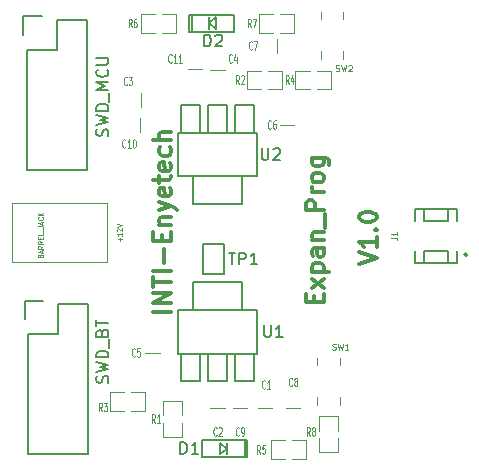
<source format=gbr>
G04 #@! TF.FileFunction,Legend,Top*
%FSLAX46Y46*%
G04 Gerber Fmt 4.6, Leading zero omitted, Abs format (unit mm)*
G04 Created by KiCad (PCBNEW 4.0.2+dfsg1-2~bpo8+1-stable) date lun 05 jun 2017 18:32:46 ART*
%MOMM*%
G01*
G04 APERTURE LIST*
%ADD10C,0.100000*%
%ADD11C,0.300000*%
%ADD12C,0.101600*%
%ADD13C,0.150000*%
%ADD14C,0.127000*%
%ADD15C,0.198120*%
%ADD16C,0.078740*%
%ADD17C,0.200660*%
%ADD18C,0.099060*%
G04 APERTURE END LIST*
D10*
D11*
X105692857Y-53407143D02*
X105692857Y-52907143D01*
X106478571Y-52692857D02*
X106478571Y-53407143D01*
X104978571Y-53407143D01*
X104978571Y-52692857D01*
X106478571Y-52192857D02*
X105478571Y-51407143D01*
X105478571Y-52192857D02*
X106478571Y-51407143D01*
X105478571Y-50835714D02*
X106978571Y-50835714D01*
X105550000Y-50835714D02*
X105478571Y-50692857D01*
X105478571Y-50407143D01*
X105550000Y-50264286D01*
X105621429Y-50192857D01*
X105764286Y-50121428D01*
X106192857Y-50121428D01*
X106335714Y-50192857D01*
X106407143Y-50264286D01*
X106478571Y-50407143D01*
X106478571Y-50692857D01*
X106407143Y-50835714D01*
X106478571Y-48835714D02*
X105692857Y-48835714D01*
X105550000Y-48907143D01*
X105478571Y-49050000D01*
X105478571Y-49335714D01*
X105550000Y-49478571D01*
X106407143Y-48835714D02*
X106478571Y-48978571D01*
X106478571Y-49335714D01*
X106407143Y-49478571D01*
X106264286Y-49550000D01*
X106121429Y-49550000D01*
X105978571Y-49478571D01*
X105907143Y-49335714D01*
X105907143Y-48978571D01*
X105835714Y-48835714D01*
X105478571Y-48121428D02*
X106478571Y-48121428D01*
X105621429Y-48121428D02*
X105550000Y-48050000D01*
X105478571Y-47907142D01*
X105478571Y-47692857D01*
X105550000Y-47550000D01*
X105692857Y-47478571D01*
X106478571Y-47478571D01*
X106621429Y-47121428D02*
X106621429Y-45978571D01*
X106478571Y-45621428D02*
X104978571Y-45621428D01*
X104978571Y-45050000D01*
X105050000Y-44907142D01*
X105121429Y-44835714D01*
X105264286Y-44764285D01*
X105478571Y-44764285D01*
X105621429Y-44835714D01*
X105692857Y-44907142D01*
X105764286Y-45050000D01*
X105764286Y-45621428D01*
X106478571Y-44121428D02*
X105478571Y-44121428D01*
X105764286Y-44121428D02*
X105621429Y-44050000D01*
X105550000Y-43978571D01*
X105478571Y-43835714D01*
X105478571Y-43692857D01*
X106478571Y-42978571D02*
X106407143Y-43121429D01*
X106335714Y-43192857D01*
X106192857Y-43264286D01*
X105764286Y-43264286D01*
X105621429Y-43192857D01*
X105550000Y-43121429D01*
X105478571Y-42978571D01*
X105478571Y-42764286D01*
X105550000Y-42621429D01*
X105621429Y-42550000D01*
X105764286Y-42478571D01*
X106192857Y-42478571D01*
X106335714Y-42550000D01*
X106407143Y-42621429D01*
X106478571Y-42764286D01*
X106478571Y-42978571D01*
X105478571Y-41192857D02*
X106692857Y-41192857D01*
X106835714Y-41264286D01*
X106907143Y-41335714D01*
X106978571Y-41478571D01*
X106978571Y-41692857D01*
X106907143Y-41835714D01*
X106407143Y-41192857D02*
X106478571Y-41335714D01*
X106478571Y-41621428D01*
X106407143Y-41764286D01*
X106335714Y-41835714D01*
X106192857Y-41907143D01*
X105764286Y-41907143D01*
X105621429Y-41835714D01*
X105550000Y-41764286D01*
X105478571Y-41621428D01*
X105478571Y-41335714D01*
X105550000Y-41192857D01*
X109478571Y-50185714D02*
X110978571Y-49685714D01*
X109478571Y-49185714D01*
X110978571Y-47900000D02*
X110978571Y-48757143D01*
X110978571Y-48328571D02*
X109478571Y-48328571D01*
X109692857Y-48471428D01*
X109835714Y-48614286D01*
X109907143Y-48757143D01*
X110835714Y-47257143D02*
X110907143Y-47185715D01*
X110978571Y-47257143D01*
X110907143Y-47328572D01*
X110835714Y-47257143D01*
X110978571Y-47257143D01*
X109478571Y-46257143D02*
X109478571Y-46114286D01*
X109550000Y-45971429D01*
X109621429Y-45900000D01*
X109764286Y-45828571D01*
X110050000Y-45757143D01*
X110407143Y-45757143D01*
X110692857Y-45828571D01*
X110835714Y-45900000D01*
X110907143Y-45971429D01*
X110978571Y-46114286D01*
X110978571Y-46257143D01*
X110907143Y-46400000D01*
X110835714Y-46471429D01*
X110692857Y-46542857D01*
X110407143Y-46614286D01*
X110050000Y-46614286D01*
X109764286Y-46542857D01*
X109621429Y-46471429D01*
X109550000Y-46400000D01*
X109478571Y-46257143D01*
X93578571Y-54207143D02*
X92078571Y-54207143D01*
X93578571Y-53492857D02*
X92078571Y-53492857D01*
X93578571Y-52635714D01*
X92078571Y-52635714D01*
X92078571Y-52135714D02*
X92078571Y-51278571D01*
X93578571Y-51707142D02*
X92078571Y-51707142D01*
X93578571Y-50778571D02*
X92078571Y-50778571D01*
X93007143Y-50064285D02*
X93007143Y-48921428D01*
X92792857Y-48207142D02*
X92792857Y-47707142D01*
X93578571Y-47492856D02*
X93578571Y-48207142D01*
X92078571Y-48207142D01*
X92078571Y-47492856D01*
X92578571Y-46849999D02*
X93578571Y-46849999D01*
X92721429Y-46849999D02*
X92650000Y-46778571D01*
X92578571Y-46635713D01*
X92578571Y-46421428D01*
X92650000Y-46278571D01*
X92792857Y-46207142D01*
X93578571Y-46207142D01*
X92578571Y-45635713D02*
X93578571Y-45278570D01*
X92578571Y-44921428D02*
X93578571Y-45278570D01*
X93935714Y-45421428D01*
X94007143Y-45492856D01*
X94078571Y-45635713D01*
X93507143Y-43778571D02*
X93578571Y-43921428D01*
X93578571Y-44207142D01*
X93507143Y-44349999D01*
X93364286Y-44421428D01*
X92792857Y-44421428D01*
X92650000Y-44349999D01*
X92578571Y-44207142D01*
X92578571Y-43921428D01*
X92650000Y-43778571D01*
X92792857Y-43707142D01*
X92935714Y-43707142D01*
X93078571Y-44421428D01*
X92578571Y-43278571D02*
X92578571Y-42707142D01*
X92078571Y-43064285D02*
X93364286Y-43064285D01*
X93507143Y-42992857D01*
X93578571Y-42849999D01*
X93578571Y-42707142D01*
X93507143Y-41635714D02*
X93578571Y-41778571D01*
X93578571Y-42064285D01*
X93507143Y-42207142D01*
X93364286Y-42278571D01*
X92792857Y-42278571D01*
X92650000Y-42207142D01*
X92578571Y-42064285D01*
X92578571Y-41778571D01*
X92650000Y-41635714D01*
X92792857Y-41564285D01*
X92935714Y-41564285D01*
X93078571Y-42278571D01*
X93507143Y-40278571D02*
X93578571Y-40421428D01*
X93578571Y-40707142D01*
X93507143Y-40850000D01*
X93435714Y-40921428D01*
X93292857Y-40992857D01*
X92864286Y-40992857D01*
X92721429Y-40921428D01*
X92650000Y-40850000D01*
X92578571Y-40707142D01*
X92578571Y-40421428D01*
X92650000Y-40278571D01*
X93578571Y-39635714D02*
X92078571Y-39635714D01*
X93578571Y-38992857D02*
X92792857Y-38992857D01*
X92650000Y-39064286D01*
X92578571Y-39207143D01*
X92578571Y-39421428D01*
X92650000Y-39564286D01*
X92721429Y-39635714D01*
D12*
X94000000Y-29000000D02*
X92800000Y-29000000D01*
X94000000Y-30600000D02*
X94000000Y-29000000D01*
X92800000Y-30600000D02*
X94000000Y-30600000D01*
X92200000Y-30600000D02*
X91000000Y-30600000D01*
X91000000Y-29000000D02*
X91000000Y-30600000D01*
X92200000Y-29000000D02*
X91000000Y-29000000D01*
X101000000Y-30600000D02*
X102200000Y-30600000D01*
X101000000Y-29000000D02*
X101000000Y-30600000D01*
X102200000Y-29000000D02*
X101000000Y-29000000D01*
X102800000Y-29000000D02*
X104000000Y-29000000D01*
X104000000Y-30600000D02*
X104000000Y-29000000D01*
X102800000Y-30600000D02*
X104000000Y-30600000D01*
D10*
X106234800Y-28800000D02*
X106234800Y-29466500D01*
X108165200Y-28800000D02*
X108165200Y-29466500D01*
X108165200Y-32800000D02*
X108165200Y-32146200D01*
X106234800Y-32800000D02*
X106234800Y-32120800D01*
D12*
X102500000Y-32300000D02*
X102500000Y-31100000D01*
X96900000Y-33725000D02*
X98100000Y-33725000D01*
X91000000Y-36900000D02*
X91000000Y-35700000D01*
X104000000Y-38400000D02*
X102800000Y-38400000D01*
X91400000Y-57700000D02*
X92600000Y-57700000D01*
X94500000Y-64800000D02*
X94500000Y-63600000D01*
X92900000Y-64800000D02*
X94500000Y-64800000D01*
X92900000Y-63600000D02*
X92900000Y-64800000D01*
X92900000Y-63000000D02*
X92900000Y-61800000D01*
X94500000Y-61800000D02*
X92900000Y-61800000D01*
X94500000Y-63000000D02*
X94500000Y-61800000D01*
X98100000Y-62400000D02*
X96900000Y-62400000D01*
X102100000Y-62400000D02*
X100900000Y-62400000D01*
D10*
X105934800Y-58100000D02*
X105934800Y-58766500D01*
X107865200Y-58100000D02*
X107865200Y-58766500D01*
X107865200Y-62100000D02*
X107865200Y-61446200D01*
X105934800Y-62100000D02*
X105934800Y-61420800D01*
D12*
X102000000Y-66700000D02*
X103200000Y-66700000D01*
X102000000Y-65100000D02*
X102000000Y-66700000D01*
X103200000Y-65100000D02*
X102000000Y-65100000D01*
X103800000Y-65100000D02*
X105000000Y-65100000D01*
X105000000Y-66700000D02*
X105000000Y-65100000D01*
X103800000Y-66700000D02*
X105000000Y-66700000D01*
X88400000Y-62600000D02*
X89600000Y-62600000D01*
X88400000Y-61000000D02*
X88400000Y-62600000D01*
X89600000Y-61000000D02*
X88400000Y-61000000D01*
X90200000Y-61000000D02*
X91400000Y-61000000D01*
X91400000Y-62600000D02*
X91400000Y-61000000D01*
X90200000Y-62600000D02*
X91400000Y-62600000D01*
X103000000Y-33800000D02*
X101800000Y-33800000D01*
X103000000Y-35400000D02*
X103000000Y-33800000D01*
X101800000Y-35400000D02*
X103000000Y-35400000D01*
X101200000Y-35400000D02*
X100000000Y-35400000D01*
X100000000Y-33800000D02*
X100000000Y-35400000D01*
X101200000Y-33800000D02*
X100000000Y-33800000D01*
X107100000Y-33800000D02*
X105900000Y-33800000D01*
X107100000Y-35400000D02*
X107100000Y-33800000D01*
X105900000Y-35400000D02*
X107100000Y-35400000D01*
X105300000Y-35400000D02*
X104100000Y-35400000D01*
X104100000Y-33800000D02*
X104100000Y-35400000D01*
X105300000Y-33800000D02*
X104100000Y-33800000D01*
X106100000Y-63075000D02*
X106100000Y-64275000D01*
X107700000Y-63075000D02*
X106100000Y-63075000D01*
X107700000Y-64275000D02*
X107700000Y-63075000D01*
X107700000Y-64875000D02*
X107700000Y-66075000D01*
X106100000Y-66075000D02*
X107700000Y-66075000D01*
X106100000Y-64875000D02*
X106100000Y-66075000D01*
X104500000Y-62400000D02*
X103300000Y-62400000D01*
X100000000Y-62400000D02*
X98800000Y-62400000D01*
X90975000Y-39000000D02*
X90975000Y-37800000D01*
X95000000Y-33675000D02*
X96200000Y-33675000D01*
D10*
X88100000Y-45000000D02*
X88100000Y-50000000D01*
X80100000Y-45000000D02*
X80100000Y-50000000D01*
X80100000Y-50000000D02*
X88100000Y-50000000D01*
X80100000Y-45000000D02*
X88100000Y-45000000D01*
D13*
X96311000Y-48495000D02*
X96311000Y-51035000D01*
X98089000Y-51035000D02*
X98089000Y-48495000D01*
X98089000Y-51035000D02*
X96311000Y-51035000D01*
X96311000Y-48495000D02*
X98089000Y-48495000D01*
X86570000Y-53590000D02*
X86570000Y-66290000D01*
X86570000Y-66290000D02*
X81490000Y-66290000D01*
X81490000Y-66290000D02*
X81490000Y-56130000D01*
X86570000Y-53590000D02*
X84030000Y-53590000D01*
X82760000Y-53310000D02*
X81210000Y-53310000D01*
X84030000Y-53590000D02*
X84030000Y-56130000D01*
X84030000Y-56130000D02*
X81490000Y-56130000D01*
X81210000Y-53310000D02*
X81210000Y-54860000D01*
X86410000Y-29490000D02*
X86410000Y-42190000D01*
X86410000Y-42190000D02*
X81330000Y-42190000D01*
X81330000Y-42190000D02*
X81330000Y-32030000D01*
X86410000Y-29490000D02*
X83870000Y-29490000D01*
X82600000Y-29210000D02*
X81050000Y-29210000D01*
X83870000Y-29490000D02*
X83870000Y-32030000D01*
X83870000Y-32030000D02*
X81330000Y-32030000D01*
X81050000Y-29210000D02*
X81050000Y-30760000D01*
D14*
X95400000Y-51700000D02*
X99600000Y-51700000D01*
X99600000Y-51700000D02*
X99600000Y-54000000D01*
X95400000Y-51700000D02*
X95400000Y-53990700D01*
X99000000Y-60100000D02*
X100600000Y-60100000D01*
X100600000Y-60100000D02*
X100600000Y-57809300D01*
X99000000Y-60100000D02*
X99000000Y-57800000D01*
X96700000Y-60100000D02*
X96700000Y-57754200D01*
X98300000Y-60100000D02*
X98300000Y-57800000D01*
X96700000Y-60100000D02*
X98300000Y-60100000D01*
X94400000Y-60100000D02*
X96000000Y-60100000D01*
X96000000Y-60100000D02*
X96000000Y-57809300D01*
X94400000Y-60100000D02*
X94400000Y-57809300D01*
X100852800Y-57754200D02*
X94147200Y-57754200D01*
X94147200Y-57754200D02*
X94147200Y-54045800D01*
X94147200Y-54045800D02*
X100852800Y-54045800D01*
X100852800Y-54045800D02*
X100852800Y-57754200D01*
X99600000Y-45100000D02*
X95400000Y-45100000D01*
X95400000Y-45100000D02*
X95400000Y-42800000D01*
X99600000Y-45100000D02*
X99600000Y-42809300D01*
X96000000Y-36700000D02*
X94400000Y-36700000D01*
X94400000Y-36700000D02*
X94400000Y-38990700D01*
X96000000Y-36700000D02*
X96000000Y-39000000D01*
X98300000Y-36700000D02*
X98300000Y-39045800D01*
X96700000Y-36700000D02*
X96700000Y-39000000D01*
X98300000Y-36700000D02*
X96700000Y-36700000D01*
X100600000Y-36700000D02*
X99000000Y-36700000D01*
X99000000Y-36700000D02*
X99000000Y-38990700D01*
X100600000Y-36700000D02*
X100600000Y-38990700D01*
X94147200Y-39045800D02*
X100852800Y-39045800D01*
X100852800Y-39045800D02*
X100852800Y-42754200D01*
X100852800Y-42754200D02*
X94147200Y-42754200D01*
X94147200Y-42754200D02*
X94147200Y-39045800D01*
D13*
X100000000Y-65100000D02*
X100000000Y-66500000D01*
X96200000Y-66500000D02*
X96200000Y-65100000D01*
X100000000Y-66500000D02*
X96200000Y-66500000D01*
X99800000Y-65100000D02*
X99800000Y-66500000D01*
X96200000Y-65100000D02*
X100000000Y-65100000D01*
X98300000Y-65300000D02*
X98300000Y-66300000D01*
X98300000Y-65800000D02*
X97700000Y-65300000D01*
X97700000Y-66300000D02*
X98300000Y-65800000D01*
X97700000Y-65300000D02*
X97700000Y-66300000D01*
X95100000Y-30500000D02*
X95100000Y-29100000D01*
X98900000Y-29100000D02*
X98900000Y-30500000D01*
X95100000Y-29100000D02*
X98900000Y-29100000D01*
X95300000Y-30500000D02*
X95300000Y-29100000D01*
X98900000Y-30500000D02*
X95100000Y-30500000D01*
X96800000Y-30300000D02*
X96800000Y-29300000D01*
X96800000Y-29800000D02*
X97400000Y-30300000D01*
X97400000Y-29300000D02*
X96800000Y-29800000D01*
X97400000Y-30300000D02*
X97400000Y-29300000D01*
X118500000Y-49400000D02*
X118500000Y-49300000D01*
X118641421Y-49400000D02*
G75*
G03X118641421Y-49400000I-141421J0D01*
G01*
X118600000Y-49400000D02*
G75*
G03X118600000Y-49400000I-100000J0D01*
G01*
D15*
X117000000Y-45500000D02*
X117000000Y-46500000D01*
X115000000Y-46500000D02*
X115000000Y-45500000D01*
X115000000Y-49100000D02*
X115000000Y-50100000D01*
X117000000Y-49100000D02*
X117000000Y-50100000D01*
X115000000Y-46500000D02*
X117000000Y-46500000D01*
X117000000Y-49100000D02*
X115000000Y-49100000D01*
X114196600Y-50111400D02*
X114196600Y-49070000D01*
X114199140Y-45501300D02*
X117800860Y-45501300D01*
X117803400Y-49070000D02*
X117803400Y-50111400D01*
X114984000Y-50111400D02*
X114196600Y-50111400D01*
X114199140Y-46542700D02*
X114199140Y-45501300D01*
X117803400Y-50111400D02*
X117016000Y-50111400D01*
X117803400Y-45488600D02*
X117803400Y-46530000D01*
X117000000Y-50100000D02*
X115000000Y-50100000D01*
D12*
X90223800Y-30121733D02*
X90071400Y-29783067D01*
X89962543Y-30121733D02*
X89962543Y-29410533D01*
X90136715Y-29410533D01*
X90180257Y-29444400D01*
X90202029Y-29478267D01*
X90223800Y-29546000D01*
X90223800Y-29647600D01*
X90202029Y-29715333D01*
X90180257Y-29749200D01*
X90136715Y-29783067D01*
X89962543Y-29783067D01*
X90615686Y-29410533D02*
X90528600Y-29410533D01*
X90485057Y-29444400D01*
X90463286Y-29478267D01*
X90419743Y-29579867D01*
X90397972Y-29715333D01*
X90397972Y-29986267D01*
X90419743Y-30054000D01*
X90441515Y-30087867D01*
X90485057Y-30121733D01*
X90572143Y-30121733D01*
X90615686Y-30087867D01*
X90637457Y-30054000D01*
X90659229Y-29986267D01*
X90659229Y-29816933D01*
X90637457Y-29749200D01*
X90615686Y-29715333D01*
X90572143Y-29681467D01*
X90485057Y-29681467D01*
X90441515Y-29715333D01*
X90419743Y-29749200D01*
X90397972Y-29816933D01*
X100323800Y-30121733D02*
X100171400Y-29783067D01*
X100062543Y-30121733D02*
X100062543Y-29410533D01*
X100236715Y-29410533D01*
X100280257Y-29444400D01*
X100302029Y-29478267D01*
X100323800Y-29546000D01*
X100323800Y-29647600D01*
X100302029Y-29715333D01*
X100280257Y-29749200D01*
X100236715Y-29783067D01*
X100062543Y-29783067D01*
X100476200Y-29410533D02*
X100781000Y-29410533D01*
X100585057Y-30121733D01*
D16*
X107522667Y-33805619D02*
X107595238Y-33829810D01*
X107716191Y-33829810D01*
X107764572Y-33805619D01*
X107788762Y-33781429D01*
X107812953Y-33733048D01*
X107812953Y-33684667D01*
X107788762Y-33636286D01*
X107764572Y-33612095D01*
X107716191Y-33587905D01*
X107619429Y-33563714D01*
X107571048Y-33539524D01*
X107546857Y-33515333D01*
X107522667Y-33466952D01*
X107522667Y-33418571D01*
X107546857Y-33370190D01*
X107571048Y-33346000D01*
X107619429Y-33321810D01*
X107740381Y-33321810D01*
X107812953Y-33346000D01*
X107982286Y-33321810D02*
X108103239Y-33829810D01*
X108200001Y-33466952D01*
X108296763Y-33829810D01*
X108417715Y-33321810D01*
X108587048Y-33370190D02*
X108611238Y-33346000D01*
X108659619Y-33321810D01*
X108780572Y-33321810D01*
X108828953Y-33346000D01*
X108853143Y-33370190D01*
X108877334Y-33418571D01*
X108877334Y-33466952D01*
X108853143Y-33539524D01*
X108562857Y-33829810D01*
X108877334Y-33829810D01*
D12*
X100423800Y-31954000D02*
X100402029Y-31987867D01*
X100336715Y-32021733D01*
X100293172Y-32021733D01*
X100227857Y-31987867D01*
X100184315Y-31920133D01*
X100162543Y-31852400D01*
X100140772Y-31716933D01*
X100140772Y-31615333D01*
X100162543Y-31479867D01*
X100184315Y-31412133D01*
X100227857Y-31344400D01*
X100293172Y-31310533D01*
X100336715Y-31310533D01*
X100402029Y-31344400D01*
X100423800Y-31378267D01*
X100576200Y-31310533D02*
X100881000Y-31310533D01*
X100685057Y-32021733D01*
X98723800Y-33054000D02*
X98702029Y-33087867D01*
X98636715Y-33121733D01*
X98593172Y-33121733D01*
X98527857Y-33087867D01*
X98484315Y-33020133D01*
X98462543Y-32952400D01*
X98440772Y-32816933D01*
X98440772Y-32715333D01*
X98462543Y-32579867D01*
X98484315Y-32512133D01*
X98527857Y-32444400D01*
X98593172Y-32410533D01*
X98636715Y-32410533D01*
X98702029Y-32444400D01*
X98723800Y-32478267D01*
X99115686Y-32647600D02*
X99115686Y-33121733D01*
X99006829Y-32376667D02*
X98897972Y-32884667D01*
X99181000Y-32884667D01*
X89823800Y-34954000D02*
X89802029Y-34987867D01*
X89736715Y-35021733D01*
X89693172Y-35021733D01*
X89627857Y-34987867D01*
X89584315Y-34920133D01*
X89562543Y-34852400D01*
X89540772Y-34716933D01*
X89540772Y-34615333D01*
X89562543Y-34479867D01*
X89584315Y-34412133D01*
X89627857Y-34344400D01*
X89693172Y-34310533D01*
X89736715Y-34310533D01*
X89802029Y-34344400D01*
X89823800Y-34378267D01*
X89976200Y-34310533D02*
X90259229Y-34310533D01*
X90106829Y-34581467D01*
X90172143Y-34581467D01*
X90215686Y-34615333D01*
X90237457Y-34649200D01*
X90259229Y-34716933D01*
X90259229Y-34886267D01*
X90237457Y-34954000D01*
X90215686Y-34987867D01*
X90172143Y-35021733D01*
X90041515Y-35021733D01*
X89997972Y-34987867D01*
X89976200Y-34954000D01*
X102023800Y-38654000D02*
X102002029Y-38687867D01*
X101936715Y-38721733D01*
X101893172Y-38721733D01*
X101827857Y-38687867D01*
X101784315Y-38620133D01*
X101762543Y-38552400D01*
X101740772Y-38416933D01*
X101740772Y-38315333D01*
X101762543Y-38179867D01*
X101784315Y-38112133D01*
X101827857Y-38044400D01*
X101893172Y-38010533D01*
X101936715Y-38010533D01*
X102002029Y-38044400D01*
X102023800Y-38078267D01*
X102415686Y-38010533D02*
X102328600Y-38010533D01*
X102285057Y-38044400D01*
X102263286Y-38078267D01*
X102219743Y-38179867D01*
X102197972Y-38315333D01*
X102197972Y-38586267D01*
X102219743Y-38654000D01*
X102241515Y-38687867D01*
X102285057Y-38721733D01*
X102372143Y-38721733D01*
X102415686Y-38687867D01*
X102437457Y-38654000D01*
X102459229Y-38586267D01*
X102459229Y-38416933D01*
X102437457Y-38349200D01*
X102415686Y-38315333D01*
X102372143Y-38281467D01*
X102285057Y-38281467D01*
X102241515Y-38315333D01*
X102219743Y-38349200D01*
X102197972Y-38416933D01*
X90523800Y-57954000D02*
X90502029Y-57987867D01*
X90436715Y-58021733D01*
X90393172Y-58021733D01*
X90327857Y-57987867D01*
X90284315Y-57920133D01*
X90262543Y-57852400D01*
X90240772Y-57716933D01*
X90240772Y-57615333D01*
X90262543Y-57479867D01*
X90284315Y-57412133D01*
X90327857Y-57344400D01*
X90393172Y-57310533D01*
X90436715Y-57310533D01*
X90502029Y-57344400D01*
X90523800Y-57378267D01*
X90937457Y-57310533D02*
X90719743Y-57310533D01*
X90697972Y-57649200D01*
X90719743Y-57615333D01*
X90763286Y-57581467D01*
X90872143Y-57581467D01*
X90915686Y-57615333D01*
X90937457Y-57649200D01*
X90959229Y-57716933D01*
X90959229Y-57886267D01*
X90937457Y-57954000D01*
X90915686Y-57987867D01*
X90872143Y-58021733D01*
X90763286Y-58021733D01*
X90719743Y-57987867D01*
X90697972Y-57954000D01*
X92223800Y-63621733D02*
X92071400Y-63283067D01*
X91962543Y-63621733D02*
X91962543Y-62910533D01*
X92136715Y-62910533D01*
X92180257Y-62944400D01*
X92202029Y-62978267D01*
X92223800Y-63046000D01*
X92223800Y-63147600D01*
X92202029Y-63215333D01*
X92180257Y-63249200D01*
X92136715Y-63283067D01*
X91962543Y-63283067D01*
X92659229Y-63621733D02*
X92397972Y-63621733D01*
X92528600Y-63621733D02*
X92528600Y-62910533D01*
X92485057Y-63012133D01*
X92441515Y-63079867D01*
X92397972Y-63113733D01*
X97423800Y-64654000D02*
X97402029Y-64687867D01*
X97336715Y-64721733D01*
X97293172Y-64721733D01*
X97227857Y-64687867D01*
X97184315Y-64620133D01*
X97162543Y-64552400D01*
X97140772Y-64416933D01*
X97140772Y-64315333D01*
X97162543Y-64179867D01*
X97184315Y-64112133D01*
X97227857Y-64044400D01*
X97293172Y-64010533D01*
X97336715Y-64010533D01*
X97402029Y-64044400D01*
X97423800Y-64078267D01*
X97597972Y-64078267D02*
X97619743Y-64044400D01*
X97663286Y-64010533D01*
X97772143Y-64010533D01*
X97815686Y-64044400D01*
X97837457Y-64078267D01*
X97859229Y-64146000D01*
X97859229Y-64213733D01*
X97837457Y-64315333D01*
X97576200Y-64721733D01*
X97859229Y-64721733D01*
X101523800Y-60654000D02*
X101502029Y-60687867D01*
X101436715Y-60721733D01*
X101393172Y-60721733D01*
X101327857Y-60687867D01*
X101284315Y-60620133D01*
X101262543Y-60552400D01*
X101240772Y-60416933D01*
X101240772Y-60315333D01*
X101262543Y-60179867D01*
X101284315Y-60112133D01*
X101327857Y-60044400D01*
X101393172Y-60010533D01*
X101436715Y-60010533D01*
X101502029Y-60044400D01*
X101523800Y-60078267D01*
X101959229Y-60721733D02*
X101697972Y-60721733D01*
X101828600Y-60721733D02*
X101828600Y-60010533D01*
X101785057Y-60112133D01*
X101741515Y-60179867D01*
X101697972Y-60213733D01*
D16*
X107222667Y-57405619D02*
X107295238Y-57429810D01*
X107416191Y-57429810D01*
X107464572Y-57405619D01*
X107488762Y-57381429D01*
X107512953Y-57333048D01*
X107512953Y-57284667D01*
X107488762Y-57236286D01*
X107464572Y-57212095D01*
X107416191Y-57187905D01*
X107319429Y-57163714D01*
X107271048Y-57139524D01*
X107246857Y-57115333D01*
X107222667Y-57066952D01*
X107222667Y-57018571D01*
X107246857Y-56970190D01*
X107271048Y-56946000D01*
X107319429Y-56921810D01*
X107440381Y-56921810D01*
X107512953Y-56946000D01*
X107682286Y-56921810D02*
X107803239Y-57429810D01*
X107900001Y-57066952D01*
X107996763Y-57429810D01*
X108117715Y-56921810D01*
X108577334Y-57429810D02*
X108287048Y-57429810D01*
X108432191Y-57429810D02*
X108432191Y-56921810D01*
X108383810Y-56994381D01*
X108335429Y-57042762D01*
X108287048Y-57066952D01*
D12*
X101123800Y-66221733D02*
X100971400Y-65883067D01*
X100862543Y-66221733D02*
X100862543Y-65510533D01*
X101036715Y-65510533D01*
X101080257Y-65544400D01*
X101102029Y-65578267D01*
X101123800Y-65646000D01*
X101123800Y-65747600D01*
X101102029Y-65815333D01*
X101080257Y-65849200D01*
X101036715Y-65883067D01*
X100862543Y-65883067D01*
X101537457Y-65510533D02*
X101319743Y-65510533D01*
X101297972Y-65849200D01*
X101319743Y-65815333D01*
X101363286Y-65781467D01*
X101472143Y-65781467D01*
X101515686Y-65815333D01*
X101537457Y-65849200D01*
X101559229Y-65916933D01*
X101559229Y-66086267D01*
X101537457Y-66154000D01*
X101515686Y-66187867D01*
X101472143Y-66221733D01*
X101363286Y-66221733D01*
X101319743Y-66187867D01*
X101297972Y-66154000D01*
X87723800Y-62621733D02*
X87571400Y-62283067D01*
X87462543Y-62621733D02*
X87462543Y-61910533D01*
X87636715Y-61910533D01*
X87680257Y-61944400D01*
X87702029Y-61978267D01*
X87723800Y-62046000D01*
X87723800Y-62147600D01*
X87702029Y-62215333D01*
X87680257Y-62249200D01*
X87636715Y-62283067D01*
X87462543Y-62283067D01*
X87876200Y-61910533D02*
X88159229Y-61910533D01*
X88006829Y-62181467D01*
X88072143Y-62181467D01*
X88115686Y-62215333D01*
X88137457Y-62249200D01*
X88159229Y-62316933D01*
X88159229Y-62486267D01*
X88137457Y-62554000D01*
X88115686Y-62587867D01*
X88072143Y-62621733D01*
X87941515Y-62621733D01*
X87897972Y-62587867D01*
X87876200Y-62554000D01*
X99323800Y-34921733D02*
X99171400Y-34583067D01*
X99062543Y-34921733D02*
X99062543Y-34210533D01*
X99236715Y-34210533D01*
X99280257Y-34244400D01*
X99302029Y-34278267D01*
X99323800Y-34346000D01*
X99323800Y-34447600D01*
X99302029Y-34515333D01*
X99280257Y-34549200D01*
X99236715Y-34583067D01*
X99062543Y-34583067D01*
X99497972Y-34278267D02*
X99519743Y-34244400D01*
X99563286Y-34210533D01*
X99672143Y-34210533D01*
X99715686Y-34244400D01*
X99737457Y-34278267D01*
X99759229Y-34346000D01*
X99759229Y-34413733D01*
X99737457Y-34515333D01*
X99476200Y-34921733D01*
X99759229Y-34921733D01*
X103523800Y-34921733D02*
X103371400Y-34583067D01*
X103262543Y-34921733D02*
X103262543Y-34210533D01*
X103436715Y-34210533D01*
X103480257Y-34244400D01*
X103502029Y-34278267D01*
X103523800Y-34346000D01*
X103523800Y-34447600D01*
X103502029Y-34515333D01*
X103480257Y-34549200D01*
X103436715Y-34583067D01*
X103262543Y-34583067D01*
X103915686Y-34447600D02*
X103915686Y-34921733D01*
X103806829Y-34176667D02*
X103697972Y-34684667D01*
X103981000Y-34684667D01*
X105323800Y-64721733D02*
X105171400Y-64383067D01*
X105062543Y-64721733D02*
X105062543Y-64010533D01*
X105236715Y-64010533D01*
X105280257Y-64044400D01*
X105302029Y-64078267D01*
X105323800Y-64146000D01*
X105323800Y-64247600D01*
X105302029Y-64315333D01*
X105280257Y-64349200D01*
X105236715Y-64383067D01*
X105062543Y-64383067D01*
X105585057Y-64315333D02*
X105541515Y-64281467D01*
X105519743Y-64247600D01*
X105497972Y-64179867D01*
X105497972Y-64146000D01*
X105519743Y-64078267D01*
X105541515Y-64044400D01*
X105585057Y-64010533D01*
X105672143Y-64010533D01*
X105715686Y-64044400D01*
X105737457Y-64078267D01*
X105759229Y-64146000D01*
X105759229Y-64179867D01*
X105737457Y-64247600D01*
X105715686Y-64281467D01*
X105672143Y-64315333D01*
X105585057Y-64315333D01*
X105541515Y-64349200D01*
X105519743Y-64383067D01*
X105497972Y-64450800D01*
X105497972Y-64586267D01*
X105519743Y-64654000D01*
X105541515Y-64687867D01*
X105585057Y-64721733D01*
X105672143Y-64721733D01*
X105715686Y-64687867D01*
X105737457Y-64654000D01*
X105759229Y-64586267D01*
X105759229Y-64450800D01*
X105737457Y-64383067D01*
X105715686Y-64349200D01*
X105672143Y-64315333D01*
X103823800Y-60454000D02*
X103802029Y-60487867D01*
X103736715Y-60521733D01*
X103693172Y-60521733D01*
X103627857Y-60487867D01*
X103584315Y-60420133D01*
X103562543Y-60352400D01*
X103540772Y-60216933D01*
X103540772Y-60115333D01*
X103562543Y-59979867D01*
X103584315Y-59912133D01*
X103627857Y-59844400D01*
X103693172Y-59810533D01*
X103736715Y-59810533D01*
X103802029Y-59844400D01*
X103823800Y-59878267D01*
X104085057Y-60115333D02*
X104041515Y-60081467D01*
X104019743Y-60047600D01*
X103997972Y-59979867D01*
X103997972Y-59946000D01*
X104019743Y-59878267D01*
X104041515Y-59844400D01*
X104085057Y-59810533D01*
X104172143Y-59810533D01*
X104215686Y-59844400D01*
X104237457Y-59878267D01*
X104259229Y-59946000D01*
X104259229Y-59979867D01*
X104237457Y-60047600D01*
X104215686Y-60081467D01*
X104172143Y-60115333D01*
X104085057Y-60115333D01*
X104041515Y-60149200D01*
X104019743Y-60183067D01*
X103997972Y-60250800D01*
X103997972Y-60386267D01*
X104019743Y-60454000D01*
X104041515Y-60487867D01*
X104085057Y-60521733D01*
X104172143Y-60521733D01*
X104215686Y-60487867D01*
X104237457Y-60454000D01*
X104259229Y-60386267D01*
X104259229Y-60250800D01*
X104237457Y-60183067D01*
X104215686Y-60149200D01*
X104172143Y-60115333D01*
X99323800Y-64654000D02*
X99302029Y-64687867D01*
X99236715Y-64721733D01*
X99193172Y-64721733D01*
X99127857Y-64687867D01*
X99084315Y-64620133D01*
X99062543Y-64552400D01*
X99040772Y-64416933D01*
X99040772Y-64315333D01*
X99062543Y-64179867D01*
X99084315Y-64112133D01*
X99127857Y-64044400D01*
X99193172Y-64010533D01*
X99236715Y-64010533D01*
X99302029Y-64044400D01*
X99323800Y-64078267D01*
X99541515Y-64721733D02*
X99628600Y-64721733D01*
X99672143Y-64687867D01*
X99693915Y-64654000D01*
X99737457Y-64552400D01*
X99759229Y-64416933D01*
X99759229Y-64146000D01*
X99737457Y-64078267D01*
X99715686Y-64044400D01*
X99672143Y-64010533D01*
X99585057Y-64010533D01*
X99541515Y-64044400D01*
X99519743Y-64078267D01*
X99497972Y-64146000D01*
X99497972Y-64315333D01*
X99519743Y-64383067D01*
X99541515Y-64416933D01*
X99585057Y-64450800D01*
X99672143Y-64450800D01*
X99715686Y-64416933D01*
X99737457Y-64383067D01*
X99759229Y-64315333D01*
X89706085Y-40254000D02*
X89684314Y-40287867D01*
X89619000Y-40321733D01*
X89575457Y-40321733D01*
X89510142Y-40287867D01*
X89466600Y-40220133D01*
X89444828Y-40152400D01*
X89423057Y-40016933D01*
X89423057Y-39915333D01*
X89444828Y-39779867D01*
X89466600Y-39712133D01*
X89510142Y-39644400D01*
X89575457Y-39610533D01*
X89619000Y-39610533D01*
X89684314Y-39644400D01*
X89706085Y-39678267D01*
X90141514Y-40321733D02*
X89880257Y-40321733D01*
X90010885Y-40321733D02*
X90010885Y-39610533D01*
X89967342Y-39712133D01*
X89923800Y-39779867D01*
X89880257Y-39813733D01*
X90424543Y-39610533D02*
X90468086Y-39610533D01*
X90511629Y-39644400D01*
X90533400Y-39678267D01*
X90555171Y-39746000D01*
X90576943Y-39881467D01*
X90576943Y-40050800D01*
X90555171Y-40186267D01*
X90533400Y-40254000D01*
X90511629Y-40287867D01*
X90468086Y-40321733D01*
X90424543Y-40321733D01*
X90381000Y-40287867D01*
X90359229Y-40254000D01*
X90337457Y-40186267D01*
X90315686Y-40050800D01*
X90315686Y-39881467D01*
X90337457Y-39746000D01*
X90359229Y-39678267D01*
X90381000Y-39644400D01*
X90424543Y-39610533D01*
X93606085Y-33054000D02*
X93584314Y-33087867D01*
X93519000Y-33121733D01*
X93475457Y-33121733D01*
X93410142Y-33087867D01*
X93366600Y-33020133D01*
X93344828Y-32952400D01*
X93323057Y-32816933D01*
X93323057Y-32715333D01*
X93344828Y-32579867D01*
X93366600Y-32512133D01*
X93410142Y-32444400D01*
X93475457Y-32410533D01*
X93519000Y-32410533D01*
X93584314Y-32444400D01*
X93606085Y-32478267D01*
X94041514Y-33121733D02*
X93780257Y-33121733D01*
X93910885Y-33121733D02*
X93910885Y-32410533D01*
X93867342Y-32512133D01*
X93823800Y-32579867D01*
X93780257Y-32613733D01*
X94476943Y-33121733D02*
X94215686Y-33121733D01*
X94346314Y-33121733D02*
X94346314Y-32410533D01*
X94302771Y-32512133D01*
X94259229Y-32579867D01*
X94215686Y-32613733D01*
D16*
X89228484Y-48240711D02*
X89228484Y-47936879D01*
X89380400Y-48088795D02*
X89076568Y-48088795D01*
X89380400Y-47538099D02*
X89380400Y-47765973D01*
X89380400Y-47652036D02*
X88981620Y-47652036D01*
X89038589Y-47690015D01*
X89076568Y-47727994D01*
X89095558Y-47765973D01*
X89019600Y-47386183D02*
X89000610Y-47367193D01*
X88981620Y-47329214D01*
X88981620Y-47234267D01*
X89000610Y-47196288D01*
X89019600Y-47177298D01*
X89057579Y-47158309D01*
X89095558Y-47158309D01*
X89152526Y-47177298D01*
X89380400Y-47405172D01*
X89380400Y-47158309D01*
X88981620Y-47044372D02*
X89380400Y-46911445D01*
X88981620Y-46778519D01*
X82508016Y-49485130D02*
X82527005Y-49428161D01*
X82545995Y-49409172D01*
X82583974Y-49390182D01*
X82640942Y-49390182D01*
X82678921Y-49409172D01*
X82697911Y-49428161D01*
X82716900Y-49466140D01*
X82716900Y-49618056D01*
X82318120Y-49618056D01*
X82318120Y-49485130D01*
X82337110Y-49447151D01*
X82356100Y-49428161D01*
X82394079Y-49409172D01*
X82432058Y-49409172D01*
X82470037Y-49428161D01*
X82489026Y-49447151D01*
X82508016Y-49485130D01*
X82508016Y-49618056D01*
X82602963Y-49238266D02*
X82602963Y-49048371D01*
X82716900Y-49276245D02*
X82318120Y-49143318D01*
X82716900Y-49010392D01*
X82716900Y-48649591D02*
X82527005Y-48782518D01*
X82716900Y-48877465D02*
X82318120Y-48877465D01*
X82318120Y-48725549D01*
X82337110Y-48687570D01*
X82356100Y-48668581D01*
X82394079Y-48649591D01*
X82451047Y-48649591D01*
X82489026Y-48668581D01*
X82508016Y-48687570D01*
X82527005Y-48725549D01*
X82527005Y-48877465D01*
X82716900Y-48250811D02*
X82527005Y-48383738D01*
X82716900Y-48478685D02*
X82318120Y-48478685D01*
X82318120Y-48326769D01*
X82337110Y-48288790D01*
X82356100Y-48269801D01*
X82394079Y-48250811D01*
X82451047Y-48250811D01*
X82489026Y-48269801D01*
X82508016Y-48288790D01*
X82527005Y-48326769D01*
X82527005Y-48478685D01*
X82508016Y-48079905D02*
X82508016Y-47946979D01*
X82716900Y-47890010D02*
X82716900Y-48079905D01*
X82318120Y-48079905D01*
X82318120Y-47890010D01*
X82716900Y-47529209D02*
X82716900Y-47719104D01*
X82318120Y-47719104D01*
X82754880Y-47491230D02*
X82754880Y-47187398D01*
X82318120Y-46978513D02*
X82602963Y-46978513D01*
X82659932Y-46997503D01*
X82697911Y-47035482D01*
X82716900Y-47092450D01*
X82716900Y-47130429D01*
X82602963Y-46807608D02*
X82602963Y-46617713D01*
X82716900Y-46845587D02*
X82318120Y-46712660D01*
X82716900Y-46579734D01*
X82678921Y-46218933D02*
X82697911Y-46237923D01*
X82716900Y-46294891D01*
X82716900Y-46332870D01*
X82697911Y-46389839D01*
X82659932Y-46427818D01*
X82621953Y-46446807D01*
X82545995Y-46465797D01*
X82489026Y-46465797D01*
X82413068Y-46446807D01*
X82375089Y-46427818D01*
X82337110Y-46389839D01*
X82318120Y-46332870D01*
X82318120Y-46294891D01*
X82337110Y-46237923D01*
X82356100Y-46218933D01*
X82716900Y-46048027D02*
X82318120Y-46048027D01*
X82716900Y-45820153D02*
X82489026Y-45991059D01*
X82318120Y-45820153D02*
X82545995Y-46048027D01*
D13*
X98438095Y-49217381D02*
X99009524Y-49217381D01*
X98723809Y-50217381D02*
X98723809Y-49217381D01*
X99342857Y-50217381D02*
X99342857Y-49217381D01*
X99723810Y-49217381D01*
X99819048Y-49265000D01*
X99866667Y-49312619D01*
X99914286Y-49407857D01*
X99914286Y-49550714D01*
X99866667Y-49645952D01*
X99819048Y-49693571D01*
X99723810Y-49741190D01*
X99342857Y-49741190D01*
X100866667Y-50217381D02*
X100295238Y-50217381D01*
X100580952Y-50217381D02*
X100580952Y-49217381D01*
X100485714Y-49360238D01*
X100390476Y-49455476D01*
X100295238Y-49503095D01*
X88204762Y-60219048D02*
X88252381Y-60076191D01*
X88252381Y-59838095D01*
X88204762Y-59742857D01*
X88157143Y-59695238D01*
X88061905Y-59647619D01*
X87966667Y-59647619D01*
X87871429Y-59695238D01*
X87823810Y-59742857D01*
X87776190Y-59838095D01*
X87728571Y-60028572D01*
X87680952Y-60123810D01*
X87633333Y-60171429D01*
X87538095Y-60219048D01*
X87442857Y-60219048D01*
X87347619Y-60171429D01*
X87300000Y-60123810D01*
X87252381Y-60028572D01*
X87252381Y-59790476D01*
X87300000Y-59647619D01*
X87252381Y-59314286D02*
X88252381Y-59076191D01*
X87538095Y-58885714D01*
X88252381Y-58695238D01*
X87252381Y-58457143D01*
X88252381Y-58076191D02*
X87252381Y-58076191D01*
X87252381Y-57838096D01*
X87300000Y-57695238D01*
X87395238Y-57600000D01*
X87490476Y-57552381D01*
X87680952Y-57504762D01*
X87823810Y-57504762D01*
X88014286Y-57552381D01*
X88109524Y-57600000D01*
X88204762Y-57695238D01*
X88252381Y-57838096D01*
X88252381Y-58076191D01*
X88347619Y-57314286D02*
X88347619Y-56552381D01*
X87728571Y-55980952D02*
X87776190Y-55838095D01*
X87823810Y-55790476D01*
X87919048Y-55742857D01*
X88061905Y-55742857D01*
X88157143Y-55790476D01*
X88204762Y-55838095D01*
X88252381Y-55933333D01*
X88252381Y-56314286D01*
X87252381Y-56314286D01*
X87252381Y-55980952D01*
X87300000Y-55885714D01*
X87347619Y-55838095D01*
X87442857Y-55790476D01*
X87538095Y-55790476D01*
X87633333Y-55838095D01*
X87680952Y-55885714D01*
X87728571Y-55980952D01*
X87728571Y-56314286D01*
X87252381Y-55457143D02*
X87252381Y-54885714D01*
X88252381Y-55171429D02*
X87252381Y-55171429D01*
X88204762Y-39333333D02*
X88252381Y-39190476D01*
X88252381Y-38952380D01*
X88204762Y-38857142D01*
X88157143Y-38809523D01*
X88061905Y-38761904D01*
X87966667Y-38761904D01*
X87871429Y-38809523D01*
X87823810Y-38857142D01*
X87776190Y-38952380D01*
X87728571Y-39142857D01*
X87680952Y-39238095D01*
X87633333Y-39285714D01*
X87538095Y-39333333D01*
X87442857Y-39333333D01*
X87347619Y-39285714D01*
X87300000Y-39238095D01*
X87252381Y-39142857D01*
X87252381Y-38904761D01*
X87300000Y-38761904D01*
X87252381Y-38428571D02*
X88252381Y-38190476D01*
X87538095Y-37999999D01*
X88252381Y-37809523D01*
X87252381Y-37571428D01*
X88252381Y-37190476D02*
X87252381Y-37190476D01*
X87252381Y-36952381D01*
X87300000Y-36809523D01*
X87395238Y-36714285D01*
X87490476Y-36666666D01*
X87680952Y-36619047D01*
X87823810Y-36619047D01*
X88014286Y-36666666D01*
X88109524Y-36714285D01*
X88204762Y-36809523D01*
X88252381Y-36952381D01*
X88252381Y-37190476D01*
X88347619Y-36428571D02*
X88347619Y-35666666D01*
X88252381Y-35428571D02*
X87252381Y-35428571D01*
X87966667Y-35095237D01*
X87252381Y-34761904D01*
X88252381Y-34761904D01*
X88157143Y-33714285D02*
X88204762Y-33761904D01*
X88252381Y-33904761D01*
X88252381Y-33999999D01*
X88204762Y-34142857D01*
X88109524Y-34238095D01*
X88014286Y-34285714D01*
X87823810Y-34333333D01*
X87680952Y-34333333D01*
X87490476Y-34285714D01*
X87395238Y-34238095D01*
X87300000Y-34142857D01*
X87252381Y-33999999D01*
X87252381Y-33904761D01*
X87300000Y-33761904D01*
X87347619Y-33714285D01*
X87252381Y-33285714D02*
X88061905Y-33285714D01*
X88157143Y-33238095D01*
X88204762Y-33190476D01*
X88252381Y-33095238D01*
X88252381Y-32904761D01*
X88204762Y-32809523D01*
X88157143Y-32761904D01*
X88061905Y-32714285D01*
X87252381Y-32714285D01*
D17*
X101437516Y-55351965D02*
X101437516Y-56162104D01*
X101485171Y-56257414D01*
X101532827Y-56305070D01*
X101628137Y-56352725D01*
X101818758Y-56352725D01*
X101914069Y-56305070D01*
X101961724Y-56257414D01*
X102009379Y-56162104D01*
X102009379Y-55351965D01*
X103010139Y-56352725D02*
X102438276Y-56352725D01*
X102724207Y-56352725D02*
X102724207Y-55351965D01*
X102628897Y-55494930D01*
X102533586Y-55590241D01*
X102438276Y-55637896D01*
X101237516Y-40351965D02*
X101237516Y-41162104D01*
X101285171Y-41257414D01*
X101332827Y-41305070D01*
X101428137Y-41352725D01*
X101618758Y-41352725D01*
X101714069Y-41305070D01*
X101761724Y-41257414D01*
X101809379Y-41162104D01*
X101809379Y-40351965D01*
X102238276Y-40447275D02*
X102285931Y-40399620D01*
X102381242Y-40351965D01*
X102619518Y-40351965D01*
X102714828Y-40399620D01*
X102762484Y-40447275D01*
X102810139Y-40542586D01*
X102810139Y-40637896D01*
X102762484Y-40780862D01*
X102190621Y-41352725D01*
X102810139Y-41352725D01*
D13*
X94361905Y-66252381D02*
X94361905Y-65252381D01*
X94600000Y-65252381D01*
X94742858Y-65300000D01*
X94838096Y-65395238D01*
X94885715Y-65490476D01*
X94933334Y-65680952D01*
X94933334Y-65823810D01*
X94885715Y-66014286D01*
X94838096Y-66109524D01*
X94742858Y-66204762D01*
X94600000Y-66252381D01*
X94361905Y-66252381D01*
X95885715Y-66252381D02*
X95314286Y-66252381D01*
X95600000Y-66252381D02*
X95600000Y-65252381D01*
X95504762Y-65395238D01*
X95409524Y-65490476D01*
X95314286Y-65538095D01*
X96361905Y-31752381D02*
X96361905Y-30752381D01*
X96600000Y-30752381D01*
X96742858Y-30800000D01*
X96838096Y-30895238D01*
X96885715Y-30990476D01*
X96933334Y-31180952D01*
X96933334Y-31323810D01*
X96885715Y-31514286D01*
X96838096Y-31609524D01*
X96742858Y-31704762D01*
X96600000Y-31752381D01*
X96361905Y-31752381D01*
X97314286Y-30847619D02*
X97361905Y-30800000D01*
X97457143Y-30752381D01*
X97695239Y-30752381D01*
X97790477Y-30800000D01*
X97838096Y-30847619D01*
X97885715Y-30942857D01*
X97885715Y-31038095D01*
X97838096Y-31180952D01*
X97266667Y-31752381D01*
X97885715Y-31752381D01*
D18*
X112227253Y-47965947D02*
X112582853Y-47965947D01*
X112653973Y-47989653D01*
X112701387Y-48037067D01*
X112725093Y-48108187D01*
X112725093Y-48155600D01*
X112725093Y-47468106D02*
X112725093Y-47752586D01*
X112725093Y-47610346D02*
X112227253Y-47610346D01*
X112298373Y-47657760D01*
X112345787Y-47705173D01*
X112369493Y-47752586D01*
M02*

</source>
